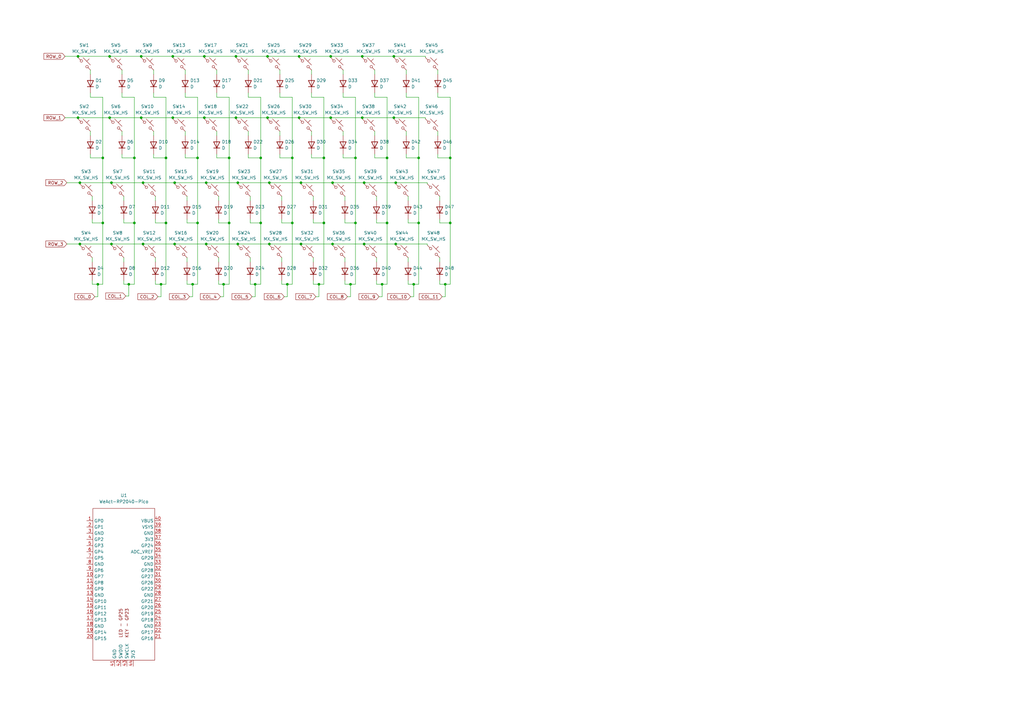
<source format=kicad_sch>
(kicad_sch (version 20211123) (generator eeschema)
  (paper "A3")
  (lib_symbols
    (symbol "Device:D" (pin_numbers hide) (pin_names (offset 1.016) hide)
      (property "Reference" "D" (at 0 2.54 0))
      (property "Value" "D" (at 0 -2.54 0))
      (symbol "D_0_1"
        (polyline (pts (xy -1.27 1.27) (xy -1.27 -1.27)) (stroke (width 0.254)))
        (polyline (pts (xy 1.27 0) (xy -1.27 0)))
        (polyline (pts (xy 1.27 1.27) (xy 1.27 -1.27) (xy -1.27 0) (xy 1.27 1.27)) (stroke (width 0.254)))
      )
      (symbol "D_1_1"
        (pin passive line (at -3.81 0 0) (length 2.54) (name "K") (number "1"))
        (pin passive line (at 3.81 0 180) (length 2.54) (name "A") (number "2"))
      )
    )
    (symbol "WeAct-RP2040-Pico:WeAct-RP2040-Pico"
      (property "Reference" "U" (at 0 16.51 0))
      (property "Value" "WeAct-RP2040-Pico" (at 0 19.05 0))
      (symbol "WeAct-RP2040-Pico_0_0"
        (text "KEY - GP23" (at 1.27 -26.67 900) (effects (font (size 1.27 1.27))))
        (text "LED - GP25" (at -1.27 -26.67 900) (effects (font (size 1.27 1.27))))
      )
      (symbol "WeAct-RP2040-Pico_0_1"
        (rectangle (start -12.7 20.32) (end 12.7 -41.91))
      )
      (symbol "WeAct-RP2040-Pico_1_1"
        (pin bidirectional line (at -15.24 15.24 0) (length 2.54) (name "GP0") (number "1"))
        (pin bidirectional line (at -15.24 -7.62 0) (length 2.54) (name "GP7") (number "10"))
        (pin bidirectional line (at -15.24 -10.16 0) (length 2.54) (name "GP8") (number "11"))
        (pin bidirectional line (at -15.24 -12.7 0) (length 2.54) (name "GP9") (number "12"))
        (pin bidirectional line (at -15.24 -15.24 0) (length 2.54) (name "GND") (number "13"))
        (pin bidirectional line (at -15.24 -17.78 0) (length 2.54) (name "GP10") (number "14"))
        (pin bidirectional line (at -15.24 -20.32 0) (length 2.54) (name "GP11") (number "15"))
        (pin bidirectional line (at -15.24 -22.86 0) (length 2.54) (name "GP12") (number "16"))
        (pin bidirectional line (at -15.24 -25.4 0) (length 2.54) (name "GP13") (number "17"))
        (pin bidirectional line (at -15.24 -27.94 0) (length 2.54) (name "GND") (number "18"))
        (pin bidirectional line (at -15.24 -30.48 0) (length 2.54) (name "GP14") (number "19"))
        (pin bidirectional line (at -15.24 12.7 0) (length 2.54) (name "GP1") (number "2"))
        (pin bidirectional line (at -15.24 -33.02 0) (length 2.54) (name "GP15") (number "20"))
        (pin bidirectional line (at 15.24 -33.02 180) (length 2.54) (name "GP16") (number "21"))
        (pin bidirectional line (at 15.24 -30.48 180) (length 2.54) (name "GP17") (number "22"))
        (pin bidirectional line (at 15.24 -27.94 180) (length 2.54) (name "GND") (number "23"))
        (pin bidirectional line (at 15.24 -25.4 180) (length 2.54) (name "GP18") (number "24"))
        (pin bidirectional line (at 15.24 -22.86 180) (length 2.54) (name "GP19") (number "25"))
        (pin bidirectional line (at 15.24 -20.32 180) (length 2.54) (name "GP20") (number "26"))
        (pin bidirectional line (at 15.24 -17.78 180) (length 2.54) (name "GP21") (number "27"))
        (pin bidirectional line (at 15.24 -15.24 180) (length 2.54) (name "GND") (number "28"))
        (pin bidirectional line (at 15.24 -12.7 180) (length 2.54) (name "GP22") (number "29"))
        (pin bidirectional line (at -15.24 10.16 0) (length 2.54) (name "GND") (number "3"))
        (pin bidirectional line (at 15.24 -10.16 180) (length 2.54) (name "GP26") (number "30"))
        (pin bidirectional line (at 15.24 -7.62 180) (length 2.54) (name "GP27") (number "31"))
        (pin bidirectional line (at 15.24 -5.08 180) (length 2.54) (name "GP28") (number "32"))
        (pin bidirectional line (at 15.24 -2.54 180) (length 2.54) (name "GND") (number "33"))
        (pin bidirectional line (at 15.24 0 180) (length 2.54) (name "GP29") (number "34"))
        (pin bidirectional line (at 15.24 2.54 180) (length 2.54) (name "ADC_VREF") (number "35"))
        (pin bidirectional line (at 15.24 5.08 180) (length 2.54) (name "GP24") (number "36"))
        (pin bidirectional line (at 15.24 7.62 180) (length 2.54) (name "3V3") (number "37"))
        (pin bidirectional line (at 15.24 10.16 180) (length 2.54) (name "GND") (number "38"))
        (pin bidirectional line (at 15.24 12.7 180) (length 2.54) (name "VSYS") (number "39"))
        (pin bidirectional line (at -15.24 7.62 0) (length 2.54) (name "GP2") (number "4"))
        (pin bidirectional line (at 15.24 15.24 180) (length 2.54) (name "VBUS") (number "40"))
        (pin bidirectional line (at -3.81 -44.45 90) (length 2.54) (name "GND") (number "41"))
        (pin bidirectional line (at -1.27 -44.45 90) (length 2.54) (name "SWDIO") (number "42"))
        (pin bidirectional line (at 1.27 -44.45 90) (length 2.54) (name "SWCLK") (number "43"))
        (pin bidirectional line (at 3.81 -44.45 90) (length 2.54) (name "3V3") (number "44"))
        (pin bidirectional line (at -15.24 5.08 0) (length 2.54) (name "GP3") (number "5"))
        (pin bidirectional line (at -15.24 2.54 0) (length 2.54) (name "GP4") (number "6"))
        (pin bidirectional line (at -15.24 0 0) (length 2.54) (name "GP5") (number "7"))
        (pin bidirectional line (at -15.24 -2.54 0) (length 2.54) (name "GND") (number "8"))
        (pin bidirectional line (at -15.24 -5.08 0) (length 2.54) (name "GP6") (number "9"))
      )
    )
    (symbol "marbastlib-mx:MX_SW_HS" (pin_numbers hide) (pin_names (offset 1.016) hide)
      (property "Reference" "SW" (at 3.048 1.016 0))
      (property "Value" "MX_SW_HS" (at 0 -3.81 0))
      (symbol "MX_SW_HS_0_1"
        (circle (center -1.1684 1.1684) (radius 0.508))
        (polyline (pts (xy -0.508 2.54) (xy 2.54 -0.508)))
        (polyline (pts (xy 1.016 1.016) (xy 2.032 2.032)))
        (polyline (pts (xy -2.54 2.54) (xy -1.524 1.524) (xy -1.524 1.524)))
        (polyline (pts (xy 1.524 -1.524) (xy 2.54 -2.54) (xy 2.54 -2.54) (xy 2.54 -2.54)))
        (circle (center 1.143 -1.1938) (radius 0.508))
        (pin passive line (at -2.54 2.54 0) (length 0) (name "1") (number "1"))
        (pin passive line (at 2.54 -2.54 180) (length 0) (name "2") (number "2"))
      )
    )
  )
  (junction (at 57.912 48.26))
  (junction (at 32.004 48.26))
  (junction (at 68.072 91.44))
  (junction (at 83.82 48.26))
  (junction (at 83.82 23.114))
  (junction (at 132.842 91.44))
  (junction (at 148.59 48.26))
  (junction (at 78.994 116.586))
  (junction (at 123.444 74.93))
  (junction (at 117.856 116.586))
  (junction (at 145.796 91.44))
  (junction (at 136.398 100.076))
  (junction (at 96.774 48.26))
  (junction (at 45.72 74.93))
  (junction (at 68.072 64.77))
  (junction (at 109.728 48.26))
  (junction (at 32.004 23.114))
  (junction (at 32.766 74.93))
  (junction (at 32.766 100.076))
  (junction (at 110.49 74.93))
  (junction (at 97.536 100.076))
  (junction (at 171.704 64.77))
  (junction (at 66.04 116.586))
  (junction (at 52.832 116.586))
  (junction (at 106.934 91.44))
  (junction (at 119.888 91.44))
  (junction (at 158.75 91.44))
  (junction (at 44.958 23.114))
  (junction (at 143.764 116.586))
  (junction (at 44.958 48.26))
  (junction (at 149.352 74.93))
  (junction (at 122.682 48.26))
  (junction (at 93.98 91.44))
  (junction (at 42.164 64.77))
  (junction (at 119.888 64.77))
  (junction (at 106.934 64.77))
  (junction (at 104.648 116.586))
  (junction (at 71.628 100.076))
  (junction (at 84.582 74.93))
  (junction (at 70.866 48.26))
  (junction (at 42.164 91.44))
  (junction (at 132.842 64.77))
  (junction (at 122.682 23.114))
  (junction (at 136.398 74.93))
  (junction (at 135.636 23.114))
  (junction (at 71.628 74.93))
  (junction (at 135.636 48.26))
  (junction (at 58.674 74.93))
  (junction (at 162.306 100.076))
  (junction (at 55.118 91.44))
  (junction (at 171.704 91.44))
  (junction (at 169.672 116.586))
  (junction (at 84.582 100.076))
  (junction (at 91.694 116.586))
  (junction (at 81.026 64.77))
  (junction (at 40.132 116.586))
  (junction (at 81.026 91.44))
  (junction (at 184.658 91.44))
  (junction (at 55.118 64.77))
  (junction (at 93.98 64.77))
  (junction (at 96.774 23.114))
  (junction (at 145.796 64.77))
  (junction (at 161.544 48.26))
  (junction (at 184.658 64.77))
  (junction (at 97.536 74.93))
  (junction (at 158.75 64.77))
  (junction (at 130.81 116.586))
  (junction (at 110.49 100.076))
  (junction (at 123.444 100.076))
  (junction (at 70.866 23.114))
  (junction (at 45.72 100.076))
  (junction (at 57.912 23.114))
  (junction (at 148.59 23.114))
  (junction (at 58.674 100.076))
  (junction (at 162.306 74.93))
  (junction (at 149.352 100.076))
  (junction (at 109.728 23.114))
  (junction (at 182.626 116.586))
  (junction (at 156.718 116.586))
  (junction (at 161.544 23.114))
  (wire (pts (xy 77.724 121.666) (xy 78.994 121.666)))
  (wire (pts (xy 93.98 39.878) (xy 88.9 39.878)))
  (wire (pts (xy 114.808 53.848) (xy 114.808 55.626)))
  (wire (pts (xy 156.718 116.586) (xy 158.75 116.586)))
  (wire (pts (xy 81.026 64.77) (xy 81.026 39.878)))
  (wire (pts (xy 119.888 91.44) (xy 119.888 116.586)))
  (wire (pts (xy 114.808 64.77) (xy 119.888 64.77)))
  (wire (pts (xy 57.912 23.114) (xy 70.866 23.114)))
  (wire (pts (xy 136.398 74.93) (xy 136.398 75.438)))
  (wire (pts (xy 180.34 89.916) (xy 180.34 91.44)))
  (wire (pts (xy 109.728 48.26) (xy 109.728 48.768)))
  (wire (pts (xy 166.624 53.848) (xy 166.624 55.626)))
  (wire (pts (xy 115.57 80.518) (xy 115.57 82.296)))
  (wire (pts (xy 76.708 91.44) (xy 81.026 91.44)))
  (wire (pts (xy 32.766 100.076) (xy 32.766 100.584)))
  (wire (pts (xy 179.578 28.702) (xy 179.578 30.48)))
  (wire (pts (xy 96.774 48.26) (xy 109.728 48.26)))
  (wire (pts (xy 122.682 23.114) (xy 135.636 23.114)))
  (wire (pts (xy 93.98 64.77) (xy 93.98 39.878)))
  (wire (pts (xy 149.352 74.93) (xy 149.352 75.438)))
  (wire (pts (xy 64.77 121.666) (xy 66.04 121.666)))
  (wire (pts (xy 158.75 64.77) (xy 158.75 91.44)))
  (wire (pts (xy 171.704 91.44) (xy 171.704 116.586)))
  (wire (pts (xy 50.038 63.246) (xy 50.038 64.77)))
  (wire (pts (xy 167.386 116.586) (xy 169.672 116.586)))
  (wire (pts (xy 166.624 39.878) (xy 166.624 38.1)))
  (wire (pts (xy 71.628 100.076) (xy 84.582 100.076)))
  (wire (pts (xy 57.912 48.26) (xy 57.912 48.768)))
  (wire (pts (xy 110.49 100.076) (xy 110.49 100.584)))
  (wire (pts (xy 153.67 39.878) (xy 153.67 38.1)))
  (wire (pts (xy 145.796 91.44) (xy 145.796 116.586)))
  (wire (pts (xy 40.132 116.586) (xy 42.164 116.586)))
  (wire (pts (xy 149.352 100.076) (xy 149.352 100.584)))
  (wire (pts (xy 91.694 116.586) (xy 91.694 121.666)))
  (wire (pts (xy 102.616 80.518) (xy 102.616 82.296)))
  (wire (pts (xy 127.762 63.246) (xy 127.762 64.77)))
  (wire (pts (xy 106.934 64.77) (xy 106.934 39.878)))
  (wire (pts (xy 102.616 115.062) (xy 102.616 116.586)))
  (wire (pts (xy 179.578 63.246) (xy 179.578 64.77)))
  (wire (pts (xy 119.888 39.878) (xy 114.808 39.878)))
  (wire (pts (xy 70.866 23.114) (xy 70.866 23.622)))
  (wire (pts (xy 166.624 28.702) (xy 166.624 30.48)))
  (wire (pts (xy 142.494 121.666) (xy 143.764 121.666)))
  (wire (pts (xy 179.578 39.878) (xy 179.578 38.1)))
  (wire (pts (xy 162.306 100.076) (xy 175.26 100.076)))
  (wire (pts (xy 45.72 100.076) (xy 45.72 100.584)))
  (wire (pts (xy 50.8 115.062) (xy 50.8 116.586)))
  (wire (pts (xy 84.582 74.93) (xy 84.582 75.438)))
  (wire (pts (xy 38.862 121.666) (xy 40.132 121.666)))
  (wire (pts (xy 158.75 39.878) (xy 153.67 39.878)))
  (wire (pts (xy 70.866 48.26) (xy 83.82 48.26)))
  (wire (pts (xy 158.75 91.44) (xy 158.75 116.586)))
  (wire (pts (xy 110.49 74.93) (xy 110.49 75.438)))
  (wire (pts (xy 55.118 91.44) (xy 55.118 116.586)))
  (wire (pts (xy 156.718 116.586) (xy 156.718 121.666)))
  (wire (pts (xy 88.9 53.848) (xy 88.9 55.626)))
  (wire (pts (xy 128.524 105.664) (xy 128.524 107.442)))
  (wire (pts (xy 97.536 74.93) (xy 97.536 75.438)))
  (wire (pts (xy 130.81 116.586) (xy 130.81 121.666)))
  (wire (pts (xy 161.544 23.114) (xy 174.498 23.114)))
  (wire (pts (xy 63.754 115.062) (xy 63.754 116.586)))
  (wire (pts (xy 122.682 48.26) (xy 122.682 48.768)))
  (wire (pts (xy 101.854 53.848) (xy 101.854 55.626)))
  (wire (pts (xy 171.704 39.878) (xy 166.624 39.878)))
  (wire (pts (xy 130.81 116.586) (xy 132.842 116.586)))
  (wire (pts (xy 161.544 48.26) (xy 161.544 48.768)))
  (wire (pts (xy 179.578 53.848) (xy 179.578 55.626)))
  (wire (pts (xy 37.084 64.77) (xy 42.164 64.77)))
  (wire (pts (xy 106.934 64.77) (xy 106.934 91.44)))
  (wire (pts (xy 135.636 23.114) (xy 148.59 23.114)))
  (wire (pts (xy 76.708 80.518) (xy 76.708 82.296)))
  (wire (pts (xy 81.026 91.44) (xy 81.026 116.586)))
  (wire (pts (xy 37.084 53.848) (xy 37.084 55.626)))
  (wire (pts (xy 75.946 53.848) (xy 75.946 55.626)))
  (wire (pts (xy 89.662 116.586) (xy 91.694 116.586)))
  (wire (pts (xy 166.624 63.246) (xy 166.624 64.77)))
  (wire (pts (xy 117.856 116.586) (xy 117.856 121.666)))
  (wire (pts (xy 128.524 116.586) (xy 130.81 116.586)))
  (wire (pts (xy 109.728 23.114) (xy 122.682 23.114)))
  (wire (pts (xy 153.67 28.702) (xy 153.67 30.48)))
  (wire (pts (xy 55.118 64.77) (xy 55.118 91.44)))
  (wire (pts (xy 62.992 53.848) (xy 62.992 55.626)))
  (wire (pts (xy 58.674 100.076) (xy 58.674 100.584)))
  (wire (pts (xy 136.398 100.076) (xy 136.398 100.584)))
  (wire (pts (xy 55.118 64.77) (xy 55.118 39.878)))
  (wire (pts (xy 88.9 28.702) (xy 88.9 30.48)))
  (wire (pts (xy 37.846 89.916) (xy 37.846 91.44)))
  (wire (pts (xy 68.072 91.44) (xy 68.072 116.586)))
  (wire (pts (xy 37.846 116.586) (xy 40.132 116.586)))
  (wire (pts (xy 75.946 63.246) (xy 75.946 64.77)))
  (wire (pts (xy 89.662 91.44) (xy 93.98 91.44)))
  (wire (pts (xy 162.306 100.076) (xy 162.306 100.584)))
  (wire (pts (xy 166.624 64.77) (xy 171.704 64.77)))
  (wire (pts (xy 128.524 89.916) (xy 128.524 91.44)))
  (wire (pts (xy 37.846 80.518) (xy 37.846 82.296)))
  (wire (pts (xy 106.934 91.44) (xy 106.934 116.586)))
  (wire (pts (xy 135.636 48.26) (xy 148.59 48.26)))
  (wire (pts (xy 148.59 48.26) (xy 148.59 48.768)))
  (wire (pts (xy 119.888 64.77) (xy 119.888 91.44)))
  (wire (pts (xy 174.498 23.114) (xy 174.498 23.622)))
  (wire (pts (xy 68.072 64.77) (xy 68.072 91.44)))
  (wire (pts (xy 37.846 91.44) (xy 42.164 91.44)))
  (wire (pts (xy 62.992 28.702) (xy 62.992 30.48)))
  (wire (pts (xy 167.386 89.916) (xy 167.386 91.44)))
  (wire (pts (xy 32.004 23.114) (xy 32.004 23.622)))
  (wire (pts (xy 89.662 80.518) (xy 89.662 82.296)))
  (wire (pts (xy 42.164 39.878) (xy 37.084 39.878)))
  (wire (pts (xy 174.498 48.26) (xy 174.498 48.768)))
  (wire (pts (xy 122.682 23.114) (xy 122.682 23.622)))
  (wire (pts (xy 117.856 116.586) (xy 119.888 116.586)))
  (wire (pts (xy 40.132 116.586) (xy 40.132 121.666)))
  (wire (pts (xy 141.478 105.664) (xy 141.478 107.442)))
  (wire (pts (xy 27.432 74.93) (xy 32.766 74.93)))
  (wire (pts (xy 50.038 64.77) (xy 55.118 64.77)))
  (wire (pts (xy 182.626 116.586) (xy 184.658 116.586)))
  (wire (pts (xy 140.716 63.246) (xy 140.716 64.77)))
  (wire (pts (xy 153.67 63.246) (xy 153.67 64.77)))
  (wire (pts (xy 128.524 80.518) (xy 128.524 82.296)))
  (wire (pts (xy 115.57 116.586) (xy 117.856 116.586)))
  (wire (pts (xy 115.57 115.062) (xy 115.57 116.586)))
  (wire (pts (xy 171.704 64.77) (xy 171.704 91.44)))
  (wire (pts (xy 180.34 105.664) (xy 180.34 107.442)))
  (wire (pts (xy 181.356 121.666) (xy 182.626 121.666)))
  (wire (pts (xy 119.888 64.77) (xy 119.888 39.878)))
  (wire (pts (xy 171.704 64.77) (xy 171.704 39.878)))
  (wire (pts (xy 57.912 48.26) (xy 70.866 48.26)))
  (wire (pts (xy 101.854 28.702) (xy 101.854 30.48)))
  (wire (pts (xy 71.628 74.93) (xy 84.582 74.93)))
  (wire (pts (xy 180.34 115.062) (xy 180.34 116.586)))
  (wire (pts (xy 140.716 39.878) (xy 140.716 38.1)))
  (wire (pts (xy 76.708 105.664) (xy 76.708 107.442)))
  (wire (pts (xy 42.164 91.44) (xy 42.164 116.586)))
  (wire (pts (xy 37.084 63.246) (xy 37.084 64.77)))
  (wire (pts (xy 66.04 116.586) (xy 66.04 121.666)))
  (wire (pts (xy 96.774 23.114) (xy 96.774 23.622)))
  (wire (pts (xy 175.26 74.93) (xy 175.26 75.438)))
  (wire (pts (xy 154.432 80.518) (xy 154.432 82.296)))
  (wire (pts (xy 115.57 91.44) (xy 119.888 91.44)))
  (wire (pts (xy 62.992 63.246) (xy 62.992 64.77)))
  (wire (pts (xy 184.658 64.77) (xy 184.658 91.44)))
  (wire (pts (xy 167.386 115.062) (xy 167.386 116.586)))
  (wire (pts (xy 114.808 39.878) (xy 114.808 38.1)))
  (wire (pts (xy 44.958 48.26) (xy 44.958 48.768)))
  (wire (pts (xy 154.432 105.664) (xy 154.432 107.442)))
  (wire (pts (xy 103.378 121.666) (xy 104.648 121.666)))
  (wire (pts (xy 154.432 91.44) (xy 158.75 91.44)))
  (wire (pts (xy 149.352 100.076) (xy 162.306 100.076)))
  (wire (pts (xy 75.946 28.702) (xy 75.946 30.48)))
  (wire (pts (xy 141.478 115.062) (xy 141.478 116.586)))
  (wire (pts (xy 161.544 23.114) (xy 161.544 23.622)))
  (wire (pts (xy 153.67 64.77) (xy 158.75 64.77)))
  (wire (pts (xy 127.762 28.702) (xy 127.762 30.48)))
  (wire (pts (xy 135.636 23.114) (xy 135.636 23.622)))
  (wire (pts (xy 143.764 116.586) (xy 145.796 116.586)))
  (wire (pts (xy 89.662 105.664) (xy 89.662 107.442)))
  (wire (pts (xy 50.8 105.664) (xy 50.8 107.442)))
  (wire (pts (xy 68.072 64.77) (xy 68.072 39.878)))
  (wire (pts (xy 148.59 48.26) (xy 161.544 48.26)))
  (wire (pts (xy 42.164 64.77) (xy 42.164 91.44)))
  (wire (pts (xy 175.26 100.076) (xy 175.26 100.584)))
  (wire (pts (xy 129.54 121.666) (xy 130.81 121.666)))
  (wire (pts (xy 88.9 64.77) (xy 93.98 64.77)))
  (wire (pts (xy 62.992 39.878) (xy 62.992 38.1)))
  (wire (pts (xy 75.946 39.878) (xy 75.946 38.1)))
  (wire (pts (xy 42.164 64.77) (xy 42.164 39.878)))
  (wire (pts (xy 154.432 115.062) (xy 154.432 116.586)))
  (wire (pts (xy 44.958 48.26) (xy 57.912 48.26)))
  (wire (pts (xy 106.934 39.878) (xy 101.854 39.878)))
  (wire (pts (xy 97.536 100.076) (xy 110.49 100.076)))
  (wire (pts (xy 88.9 39.878) (xy 88.9 38.1)))
  (wire (pts (xy 70.866 48.26) (xy 70.866 48.768)))
  (wire (pts (xy 116.586 121.666) (xy 117.856 121.666)))
  (wire (pts (xy 63.754 105.664) (xy 63.754 107.442)))
  (wire (pts (xy 37.846 115.062) (xy 37.846 116.586)))
  (wire (pts (xy 63.754 80.518) (xy 63.754 82.296)))
  (wire (pts (xy 123.444 100.076) (xy 123.444 100.584)))
  (wire (pts (xy 45.72 74.93) (xy 58.674 74.93)))
  (wire (pts (xy 71.628 74.93) (xy 71.628 75.438)))
  (wire (pts (xy 158.75 64.77) (xy 158.75 39.878)))
  (wire (pts (xy 109.728 23.114) (xy 109.728 23.622)))
  (wire (pts (xy 102.616 91.44) (xy 106.934 91.44)))
  (wire (pts (xy 63.754 89.916) (xy 63.754 91.44)))
  (wire (pts (xy 132.842 39.878) (xy 127.762 39.878)))
  (wire (pts (xy 168.402 121.666) (xy 169.672 121.666)))
  (wire (pts (xy 58.674 74.93) (xy 71.628 74.93)))
  (wire (pts (xy 162.306 74.93) (xy 175.26 74.93)))
  (wire (pts (xy 50.038 39.878) (xy 50.038 38.1)))
  (wire (pts (xy 141.478 91.44) (xy 145.796 91.44)))
  (wire (pts (xy 90.424 121.666) (xy 91.694 121.666)))
  (wire (pts (xy 57.912 23.114) (xy 57.912 23.622)))
  (wire (pts (xy 44.958 23.114) (xy 57.912 23.114)))
  (wire (pts (xy 55.118 39.878) (xy 50.038 39.878)))
  (wire (pts (xy 167.386 80.518) (xy 167.386 82.296)))
  (wire (pts (xy 96.774 23.114) (xy 109.728 23.114)))
  (wire (pts (xy 32.004 48.26) (xy 44.958 48.26)))
  (wire (pts (xy 70.866 23.114) (xy 83.82 23.114)))
  (wire (pts (xy 149.352 74.93) (xy 162.306 74.93)))
  (wire (pts (xy 66.04 116.586) (xy 68.072 116.586)))
  (wire (pts (xy 143.764 116.586) (xy 143.764 121.666)))
  (wire (pts (xy 180.34 80.518) (xy 180.34 82.296)))
  (wire (pts (xy 155.448 121.666) (xy 156.718 121.666)))
  (wire (pts (xy 162.306 74.93) (xy 162.306 75.438)))
  (wire (pts (xy 32.766 74.93) (xy 32.766 75.438)))
  (wire (pts (xy 58.674 74.93) (xy 58.674 75.438)))
  (wire (pts (xy 32.766 100.076) (xy 45.72 100.076)))
  (wire (pts (xy 136.398 100.076) (xy 149.352 100.076)))
  (wire (pts (xy 141.478 80.518) (xy 141.478 82.296)))
  (wire (pts (xy 180.34 91.44) (xy 184.658 91.44)))
  (wire (pts (xy 145.796 64.77) (xy 145.796 39.878)))
  (wire (pts (xy 167.386 91.44) (xy 171.704 91.44)))
  (wire (pts (xy 102.616 116.586) (xy 104.648 116.586)))
  (wire (pts (xy 140.716 53.848) (xy 140.716 55.626)))
  (wire (pts (xy 97.536 74.93) (xy 110.49 74.93)))
  (wire (pts (xy 62.992 64.77) (xy 68.072 64.77)))
  (wire (pts (xy 154.432 89.916) (xy 154.432 91.44)))
  (wire (pts (xy 52.832 116.586) (xy 55.118 116.586)))
  (wire (pts (xy 63.754 116.586) (xy 66.04 116.586)))
  (wire (pts (xy 32.004 48.26) (xy 32.004 48.768)))
  (wire (pts (xy 135.636 48.26) (xy 135.636 48.768)))
  (wire (pts (xy 37.084 39.878) (xy 37.084 38.1)))
  (wire (pts (xy 93.98 64.77) (xy 93.98 91.44)))
  (wire (pts (xy 122.682 48.26) (xy 135.636 48.26)))
  (wire (pts (xy 102.616 89.916) (xy 102.616 91.44)))
  (wire (pts (xy 83.82 48.26) (xy 83.82 48.768)))
  (wire (pts (xy 128.524 115.062) (xy 128.524 116.586)))
  (wire (pts (xy 89.662 115.062) (xy 89.662 116.586)))
  (wire (pts (xy 101.854 64.77) (xy 106.934 64.77)))
  (wire (pts (xy 27.432 100.076) (xy 32.766 100.076)))
  (wire (pts (xy 37.846 105.664) (xy 37.846 107.442)))
  (wire (pts (xy 32.004 23.114) (xy 44.958 23.114)))
  (wire (pts (xy 50.038 53.848) (xy 50.038 55.626)))
  (wire (pts (xy 75.946 64.77) (xy 81.026 64.77)))
  (wire (pts (xy 50.8 80.518) (xy 50.8 82.296)))
  (wire (pts (xy 123.444 74.93) (xy 136.398 74.93)))
  (wire (pts (xy 148.59 23.114) (xy 161.544 23.114)))
  (wire (pts (xy 148.59 23.114) (xy 148.59 23.622)))
  (wire (pts (xy 109.728 48.26) (xy 122.682 48.26)))
  (wire (pts (xy 83.82 23.114) (xy 83.82 23.622)))
  (wire (pts (xy 169.672 116.586) (xy 171.704 116.586)))
  (wire (pts (xy 71.628 100.076) (xy 71.628 100.584)))
  (wire (pts (xy 93.98 91.44) (xy 93.98 116.586)))
  (wire (pts (xy 145.796 64.77) (xy 145.796 91.44)))
  (wire (pts (xy 127.762 39.878) (xy 127.762 38.1)))
  (wire (pts (xy 84.582 100.076) (xy 84.582 100.584)))
  (wire (pts (xy 114.808 63.246) (xy 114.808 64.77)))
  (wire (pts (xy 32.766 74.93) (xy 45.72 74.93)))
  (wire (pts (xy 26.67 23.114) (xy 32.004 23.114)))
  (wire (pts (xy 184.658 91.44) (xy 184.658 116.586)))
  (wire (pts (xy 140.716 28.702) (xy 140.716 30.48)))
  (wire (pts (xy 104.648 116.586) (xy 106.934 116.586)))
  (wire (pts (xy 101.854 39.878) (xy 101.854 38.1)))
  (wire (pts (xy 153.67 53.848) (xy 153.67 55.626)))
  (wire (pts (xy 123.444 74.93) (xy 123.444 75.438)))
  (wire (pts (xy 136.398 74.93) (xy 149.352 74.93)))
  (wire (pts (xy 96.774 48.26) (xy 96.774 48.768)))
  (wire (pts (xy 132.842 64.77) (xy 132.842 91.44)))
  (wire (pts (xy 50.8 91.44) (xy 55.118 91.44)))
  (wire (pts (xy 84.582 74.93) (xy 97.536 74.93)))
  (wire (pts (xy 97.536 100.076) (xy 97.536 100.584)))
  (wire (pts (xy 76.708 89.916) (xy 76.708 91.44)))
  (wire (pts (xy 140.716 64.77) (xy 145.796 64.77)))
  (wire (pts (xy 154.432 116.586) (xy 156.718 116.586)))
  (wire (pts (xy 76.708 116.586) (xy 78.994 116.586)))
  (wire (pts (xy 101.854 63.246) (xy 101.854 64.77)))
  (wire (pts (xy 169.672 116.586) (xy 169.672 121.666)))
  (wire (pts (xy 132.842 64.77) (xy 132.842 39.878)))
  (wire (pts (xy 52.832 116.586) (xy 52.832 121.412)))
  (wire (pts (xy 50.8 89.916) (xy 50.8 91.44)))
  (wire (pts (xy 81.026 64.77) (xy 81.026 91.44)))
  (wire (pts (xy 179.578 64.77) (xy 184.658 64.77)))
  (wire (pts (xy 78.994 116.586) (xy 78.994 121.666)))
  (wire (pts (xy 110.49 74.93) (xy 123.444 74.93)))
  (wire (pts (xy 128.524 91.44) (xy 132.842 91.44)))
  (wire (pts (xy 182.626 116.586) (xy 182.626 121.666)))
  (wire (pts (xy 50.8 116.586) (xy 52.832 116.586)))
  (wire (pts (xy 83.82 23.114) (xy 96.774 23.114)))
  (wire (pts (xy 114.808 28.702) (xy 114.808 30.48)))
  (wire (pts (xy 76.708 115.062) (xy 76.708 116.586)))
  (wire (pts (xy 102.616 105.664) (xy 102.616 107.442)))
  (wire (pts (xy 127.762 53.848) (xy 127.762 55.626)))
  (wire (pts (xy 115.57 105.664) (xy 115.57 107.442)))
  (wire (pts (xy 132.842 91.44) (xy 132.842 116.586)))
  (wire (pts (xy 83.82 48.26) (xy 96.774 48.26)))
  (wire (pts (xy 44.958 23.114) (xy 44.958 23.622)))
  (wire (pts (xy 37.084 28.702) (xy 37.084 30.48)))
  (wire (pts (xy 58.674 100.076) (xy 71.628 100.076)))
  (wire (pts (xy 104.648 116.586) (xy 104.648 121.666)))
  (wire (pts (xy 84.582 100.076) (xy 97.536 100.076)))
  (wire (pts (xy 115.57 89.916) (xy 115.57 91.44)))
  (wire (pts (xy 145.796 39.878) (xy 140.716 39.878)))
  (wire (pts (xy 68.072 39.878) (xy 62.992 39.878)))
  (wire (pts (xy 50.038 28.702) (xy 50.038 30.48)))
  (wire (pts (xy 123.444 100.076) (xy 136.398 100.076)))
  (wire (pts (xy 78.994 116.586) (xy 81.026 116.586)))
  (wire (pts (xy 161.544 48.26) (xy 174.498 48.26)))
  (wire (pts (xy 180.34 116.586) (xy 182.626 116.586)))
  (wire (pts (xy 51.562 121.412) (xy 52.832 121.412)))
  (wire (pts (xy 63.754 91.44) (xy 68.072 91.44)))
  (wire (pts (xy 167.386 105.664) (xy 167.386 107.442)))
  (wire (pts (xy 110.49 100.076) (xy 123.444 100.076)))
  (wire (pts (xy 26.67 48.26) (xy 32.004 48.26)))
  (wire (pts (xy 141.478 116.586) (xy 143.764 116.586)))
  (wire (pts (xy 91.694 116.586) (xy 93.98 116.586)))
  (wire (pts (xy 184.658 39.878) (xy 179.578 39.878)))
  (wire (pts (xy 45.72 74.93) (xy 45.72 75.438)))
  (wire (pts (xy 127.762 64.77) (xy 132.842 64.77)))
  (wire (pts (xy 89.662 89.916) (xy 89.662 91.44)))
  (wire (pts (xy 184.658 64.77) (xy 184.658 39.878)))
  (wire (pts (xy 81.026 39.878) (xy 75.946 39.878)))
  (wire (pts (xy 141.478 89.916) (xy 141.478 91.44)))
  (wire (pts (xy 45.72 100.076) (xy 58.674 100.076)))
  (wire (pts (xy 88.9 63.246) (xy 88.9 64.77)))
  (global_label "ROW_3" (shape input) (at 27.432 100.076 180) (property "Referências entre as folhas" "${INTERSHEET_REFS}" (effects hide)))
  (global_label "COL_9" (shape input) (at 155.448 121.666 180) (property "Referências entre as folhas" "${INTERSHEET_REFS}" (effects hide)))
  (global_label "COL_2" (shape input) (at 64.77 121.666 180) (property "Referências entre as folhas" "${INTERSHEET_REFS}" (effects hide)))
  (global_label "COL_6" (shape input) (at 116.586 121.666 180) (property "Referências entre as folhas" "${INTERSHEET_REFS}" (effects hide)))
  (global_label "ROW_1" (shape input) (at 26.67 48.26 180) (property "Referências entre as folhas" "${INTERSHEET_REFS}" (effects hide)))
  (global_label "COL_1" (shape input) (at 51.562 121.412 180) (property "Referências entre as folhas" "${INTERSHEET_REFS}" (effects hide)))
  (global_label "COL_10" (shape input) (at 168.402 121.666 180) (property "Referências entre as folhas" "${INTERSHEET_REFS}" (effects hide)))
  (global_label "ROW_0" (shape input) (at 26.67 23.114 180) (property "Referências entre as folhas" "${INTERSHEET_REFS}" (effects hide)))
  (global_label "COL_4" (shape input) (at 90.424 121.666 180) (property "Referências entre as folhas" "${INTERSHEET_REFS}" (effects hide)))
  (global_label "COL_7" (shape input) (at 129.54 121.666 180) (property "Referências entre as folhas" "${INTERSHEET_REFS}" (effects hide)))
  (global_label "COL_0" (shape input) (at 38.862 121.666 180) (property "Referências entre as folhas" "${INTERSHEET_REFS}" (effects hide)))
  (global_label "ROW_2" (shape input) (at 27.432 74.93 180) (property "Referências entre as folhas" "${INTERSHEET_REFS}" (effects hide)))
  (global_label "COL_5" (shape input) (at 103.378 121.666 180) (property "Referências entre as folhas" "${INTERSHEET_REFS}" (effects hide)))
  (global_label "COL_3" (shape input) (at 77.724 121.666 180) (property "Referências entre as folhas" "${INTERSHEET_REFS}" (effects hide)))
  (global_label "COL_11" (shape input) (at 181.356 121.666 180) (property "Referências entre as folhas" "${INTERSHEET_REFS}" (effects hide)))
  (global_label "COL_8" (shape input) (at 142.494 121.666 180) (property "Referências entre as folhas" "${INTERSHEET_REFS}" (effects hide)))
  (symbol (lib_id "marbastlib-mx:MX_SW_HS") (at 35.306 103.124 0) (unit 1)
    (property "Reference" "SW4" (at 35.306 95.504 0))
    (property "Value" "MX_SW_HS" (at 35.306 98.044 0))
    (property "Footprint" "marbastlib-mx:SW_MX_HS_1u" (effects hide))
  )
  (symbol (lib_id "marbastlib-mx:MX_SW_HS") (at 125.984 77.978 0) (unit 1)
    (property "Reference" "SW31" (at 125.984 70.358 0))
    (property "Value" "MX_SW_HS" (at 125.984 72.898 0))
    (property "Footprint" "marbastlib-mx:SW_MX_HS_1u" (effects hide))
  )
  (symbol (lib_id "Device:D") (at 37.084 59.436 90) (unit 1)
    (property "Reference" "D2" (at 39.116 58.1659 90) (effects (justify right)))
    (property "Value" "D" (at 39.116 60.7059 90) (effects (justify right)))
  )
  (symbol (lib_id "Device:D") (at 102.616 111.252 90) (unit 1)
    (property "Reference" "D24" (at 104.648 109.9819 90) (effects (justify right)))
    (property "Value" "D" (at 104.648 112.5219 90) (effects (justify right)))
  )
  (symbol (lib_id "marbastlib-mx:MX_SW_HS") (at 112.268 26.162 0) (unit 1)
    (property "Reference" "SW25" (at 112.268 18.542 0))
    (property "Value" "MX_SW_HS" (at 112.268 21.082 0))
    (property "Footprint" "marbastlib-mx:SW_MX_HS_1u" (effects hide))
  )
  (symbol (lib_id "Device:D") (at 128.524 86.106 90) (unit 1)
    (property "Reference" "D31" (at 130.556 84.8359 90) (effects (justify right)))
    (property "Value" "D" (at 130.556 87.3759 90) (effects (justify right)))
  )
  (symbol (lib_id "Device:D") (at 154.432 86.106 90) (unit 1)
    (property "Reference" "D39" (at 156.464 84.8359 90) (effects (justify right)))
    (property "Value" "D" (at 156.464 87.3759 90) (effects (justify right)))
  )
  (symbol (lib_id "marbastlib-mx:MX_SW_HS") (at 74.168 77.978 0) (unit 1)
    (property "Reference" "SW15" (at 74.168 70.358 0))
    (property "Value" "MX_SW_HS" (at 74.168 72.898 0))
    (property "Footprint" "marbastlib-mx:SW_MX_HS_1u" (effects hide))
  )
  (symbol (lib_id "marbastlib-mx:MX_SW_HS") (at 73.406 51.308 0) (unit 1)
    (property "Reference" "SW14" (at 73.406 43.688 0))
    (property "Value" "MX_SW_HS" (at 73.406 46.228 0))
    (property "Footprint" "marbastlib-mx:SW_MX_HS_1u" (effects hide))
  )
  (symbol (lib_id "Device:D") (at 37.084 34.29 90) (unit 1)
    (property "Reference" "D1" (at 39.116 33.0199 90) (effects (justify right)))
    (property "Value" "D" (at 39.116 35.5599 90) (effects (justify right)))
  )
  (symbol (lib_id "Device:D") (at 114.808 59.436 90) (unit 1)
    (property "Reference" "D26" (at 116.84 58.1659 90) (effects (justify right)))
    (property "Value" "D" (at 116.84 60.7059 90) (effects (justify right)))
  )
  (symbol (lib_id "Device:D") (at 179.578 34.29 90) (unit 1)
    (property "Reference" "D45" (at 181.61 33.0199 90) (effects (justify right)))
    (property "Value" "D" (at 181.61 35.5599 90) (effects (justify right)))
  )
  (symbol (lib_id "marbastlib-mx:MX_SW_HS") (at 125.222 51.308 0) (unit 1)
    (property "Reference" "SW30" (at 125.222 43.688 0))
    (property "Value" "MX_SW_HS" (at 125.222 46.228 0))
    (property "Footprint" "marbastlib-mx:SW_MX_HS_1u" (effects hide))
  )
  (symbol (lib_id "marbastlib-mx:MX_SW_HS") (at 34.544 26.162 0) (unit 1)
    (property "Reference" "SW1" (at 34.544 18.542 0))
    (property "Value" "MX_SW_HS" (at 34.544 21.082 0))
    (property "Footprint" "marbastlib-mx:SW_MX_HS_1u" (effects hide))
  )
  (symbol (lib_id "marbastlib-mx:MX_SW_HS") (at 61.214 77.978 0) (unit 1)
    (property "Reference" "SW11" (at 61.214 70.358 0))
    (property "Value" "MX_SW_HS" (at 61.214 72.898 0))
    (property "Footprint" "marbastlib-mx:SW_MX_HS_1u" (effects hide))
  )
  (symbol (lib_id "Device:D") (at 141.478 86.106 90) (unit 1)
    (property "Reference" "D35" (at 143.51 84.8359 90) (effects (justify right)))
    (property "Value" "D" (at 143.51 87.3759 90) (effects (justify right)))
  )
  (symbol (lib_id "marbastlib-mx:MX_SW_HS") (at 99.314 51.308 0) (unit 1)
    (property "Reference" "SW22" (at 99.314 43.688 0))
    (property "Value" "MX_SW_HS" (at 99.314 46.228 0))
    (property "Footprint" "marbastlib-mx:SW_MX_HS_1u" (effects hide))
  )
  (symbol (lib_id "Device:D") (at 37.846 111.252 90) (unit 1)
    (property "Reference" "D4" (at 39.878 109.9819 90) (effects (justify right)))
    (property "Value" "D" (at 39.878 112.5219 90) (effects (justify right)))
  )
  (symbol (lib_id "marbastlib-mx:MX_SW_HS") (at 164.084 51.308 0) (unit 1)
    (property "Reference" "SW42" (at 164.084 43.688 0))
    (property "Value" "MX_SW_HS" (at 164.084 46.228 0))
    (property "Footprint" "marbastlib-mx:SW_MX_HS_1u" (effects hide))
  )
  (symbol (lib_id "Device:D") (at 37.846 86.106 90) (unit 1)
    (property "Reference" "D3" (at 39.878 84.8359 90) (effects (justify right)))
    (property "Value" "D" (at 39.878 87.3759 90) (effects (justify right)))
  )
  (symbol (lib_id "marbastlib-mx:MX_SW_HS") (at 138.938 77.978 0) (unit 1)
    (property "Reference" "SW35" (at 138.938 70.358 0))
    (property "Value" "MX_SW_HS" (at 138.938 72.898 0))
    (property "Footprint" "marbastlib-mx:SW_MX_HS_1u" (effects hide))
  )
  (symbol (lib_id "marbastlib-mx:MX_SW_HS") (at 164.846 77.978 0) (unit 1)
    (property "Reference" "SW43" (at 164.846 70.358 0))
    (property "Value" "MX_SW_HS" (at 164.846 72.898 0))
    (property "Footprint" "marbastlib-mx:SW_MX_HS_1u" (effects hide))
  )
  (symbol (lib_id "marbastlib-mx:MX_SW_HS") (at 86.36 51.308 0) (unit 1)
    (property "Reference" "SW18" (at 86.36 43.688 0))
    (property "Value" "MX_SW_HS" (at 86.36 46.228 0))
    (property "Footprint" "marbastlib-mx:SW_MX_HS_1u" (effects hide))
  )
  (symbol (lib_id "marbastlib-mx:MX_SW_HS") (at 138.176 26.162 0) (unit 1)
    (property "Reference" "SW33" (at 138.176 18.542 0))
    (property "Value" "MX_SW_HS" (at 138.176 21.082 0))
    (property "Footprint" "marbastlib-mx:SW_MX_HS_1u" (effects hide))
  )
  (symbol (lib_id "marbastlib-mx:MX_SW_HS") (at 74.168 103.124 0) (unit 1)
    (property "Reference" "SW16" (at 74.168 95.504 0))
    (property "Value" "MX_SW_HS" (at 74.168 98.044 0))
    (property "Footprint" "marbastlib-mx:SW_MX_HS_1u" (effects hide))
  )
  (symbol (lib_id "marbastlib-mx:MX_SW_HS") (at 87.122 103.124 0) (unit 1)
    (property "Reference" "SW20" (at 87.122 95.504 0))
    (property "Value" "MX_SW_HS" (at 87.122 98.044 0))
    (property "Footprint" "marbastlib-mx:SW_MX_HS_1u" (effects hide))
  )
  (symbol (lib_id "Device:D") (at 50.038 59.436 90) (unit 1)
    (property "Reference" "D6" (at 52.07 58.1659 90) (effects (justify right)))
    (property "Value" "D" (at 52.07 60.7059 90) (effects (justify right)))
  )
  (symbol (lib_id "Device:D") (at 127.762 34.29 90) (unit 1)
    (property "Reference" "D29" (at 129.794 33.0199 90) (effects (justify right)))
    (property "Value" "D" (at 129.794 35.5599 90) (effects (justify right)))
  )
  (symbol (lib_id "marbastlib-mx:MX_SW_HS") (at 151.13 51.308 0) (unit 1)
    (property "Reference" "SW38" (at 151.13 43.688 0))
    (property "Value" "MX_SW_HS" (at 151.13 46.228 0))
    (property "Footprint" "marbastlib-mx:SW_MX_HS_1u" (effects hide))
  )
  (symbol (lib_id "Device:D") (at 102.616 86.106 90) (unit 1)
    (property "Reference" "D23" (at 104.648 84.8359 90) (effects (justify right)))
    (property "Value" "D" (at 104.648 87.3759 90) (effects (justify right)))
  )
  (symbol (lib_id "marbastlib-mx:MX_SW_HS") (at 34.544 51.308 0) (unit 1)
    (property "Reference" "SW2" (at 34.544 43.688 0))
    (property "Value" "MX_SW_HS" (at 34.544 46.228 0))
    (property "Footprint" "marbastlib-mx:SW_MX_HS_1u" (effects hide))
  )
  (symbol (lib_id "Device:D") (at 166.624 59.436 90) (unit 1)
    (property "Reference" "D42" (at 168.656 58.1659 90) (effects (justify right)))
    (property "Value" "D" (at 168.656 60.7059 90) (effects (justify right)))
  )
  (symbol (lib_id "marbastlib-mx:MX_SW_HS") (at 73.406 26.162 0) (unit 1)
    (property "Reference" "SW13" (at 73.406 18.542 0))
    (property "Value" "MX_SW_HS" (at 73.406 21.082 0))
    (property "Footprint" "marbastlib-mx:SW_MX_HS_1u" (effects hide))
  )
  (symbol (lib_id "marbastlib-mx:MX_SW_HS") (at 60.452 51.308 0) (unit 1)
    (property "Reference" "SW10" (at 60.452 43.688 0))
    (property "Value" "MX_SW_HS" (at 60.452 46.228 0))
    (property "Footprint" "marbastlib-mx:SW_MX_HS_1u" (effects hide))
  )
  (symbol (lib_id "marbastlib-mx:MX_SW_HS") (at 99.314 26.162 0) (unit 1)
    (property "Reference" "SW21" (at 99.314 18.542 0))
    (property "Value" "MX_SW_HS" (at 99.314 21.082 0))
    (property "Footprint" "marbastlib-mx:SW_MX_HS_1u" (effects hide))
  )
  (symbol (lib_id "marbastlib-mx:MX_SW_HS") (at 125.984 103.124 0) (unit 1)
    (property "Reference" "SW32" (at 125.984 95.504 0))
    (property "Value" "MX_SW_HS" (at 125.984 98.044 0))
    (property "Footprint" "marbastlib-mx:SW_MX_HS_1u" (effects hide))
  )
  (symbol (lib_id "marbastlib-mx:MX_SW_HS") (at 177.038 26.162 0) (unit 1)
    (property "Reference" "SW45" (at 177.038 18.542 0))
    (property "Value" "MX_SW_HS" (at 177.038 21.082 0))
    (property "Footprint" "marbastlib-mx:SW_MX_HS_1u" (effects hide))
  )
  (symbol (lib_id "Device:D") (at 140.716 34.29 90) (unit 1)
    (property "Reference" "D33" (at 142.748 33.0199 90) (effects (justify right)))
    (property "Value" "D" (at 142.748 35.5599 90) (effects (justify right)))
  )
  (symbol (lib_id "Device:D") (at 115.57 86.106 90) (unit 1)
    (property "Reference" "D27" (at 117.602 84.8359 90) (effects (justify right)))
    (property "Value" "D" (at 117.602 87.3759 90) (effects (justify right)))
  )
  (symbol (lib_id "marbastlib-mx:MX_SW_HS") (at 100.076 77.978 0) (unit 1)
    (property "Reference" "SW23" (at 100.076 70.358 0))
    (property "Value" "MX_SW_HS" (at 100.076 72.898 0))
    (property "Footprint" "marbastlib-mx:SW_MX_HS_1u" (effects hide))
  )
  (symbol (lib_id "Device:D") (at 114.808 34.29 90) (unit 1)
    (property "Reference" "D25" (at 116.84 33.0199 90) (effects (justify right)))
    (property "Value" "D" (at 116.84 35.5599 90) (effects (justify right)))
  )
  (symbol (lib_id "Device:D") (at 128.524 111.252 90) (unit 1)
    (property "Reference" "D32" (at 130.556 109.9819 90) (effects (justify right)))
    (property "Value" "D" (at 130.556 112.5219 90) (effects (justify right)))
  )
  (symbol (lib_id "Device:D") (at 50.8 111.252 90) (unit 1)
    (property "Reference" "D8" (at 52.832 109.9819 90) (effects (justify right)))
    (property "Value" "D" (at 52.832 112.5219 90) (effects (justify right)))
  )
  (symbol (lib_id "marbastlib-mx:MX_SW_HS") (at 151.892 77.978 0) (unit 1)
    (property "Reference" "SW39" (at 151.892 70.358 0))
    (property "Value" "MX_SW_HS" (at 151.892 72.898 0))
    (property "Footprint" "marbastlib-mx:SW_MX_HS_1u" (effects hide))
  )
  (symbol (lib_id "Device:D") (at 180.34 86.106 90) (unit 1)
    (property "Reference" "D47" (at 182.372 84.8359 90) (effects (justify right)))
    (property "Value" "D" (at 182.372 87.3759 90) (effects (justify right)))
  )
  (symbol (lib_id "marbastlib-mx:MX_SW_HS") (at 60.452 26.162 0) (unit 1)
    (property "Reference" "SW9" (at 60.452 18.542 0))
    (property "Value" "MX_SW_HS" (at 60.452 21.082 0))
    (property "Footprint" "marbastlib-mx:SW_MX_HS_1u" (effects hide))
  )
  (symbol (lib_id "Device:D") (at 76.708 86.106 90) (unit 1)
    (property "Reference" "D15" (at 78.74 84.8359 90) (effects (justify right)))
    (property "Value" "D" (at 78.74 87.3759 90) (effects (justify right)))
  )
  (symbol (lib_id "marbastlib-mx:MX_SW_HS") (at 48.26 103.124 0) (unit 1)
    (property "Reference" "SW8" (at 48.26 95.504 0))
    (property "Value" "MX_SW_HS" (at 48.26 98.044 0))
    (property "Footprint" "marbastlib-mx:SW_MX_HS_1u" (effects hide))
  )
  (symbol (lib_id "marbastlib-mx:MX_SW_HS") (at 113.03 77.978 0) (unit 1)
    (property "Reference" "SW27" (at 113.03 70.358 0))
    (property "Value" "MX_SW_HS" (at 113.03 72.898 0))
    (property "Footprint" "marbastlib-mx:SW_MX_HS_1u" (effects hide))
  )
  (symbol (lib_id "marbastlib-mx:MX_SW_HS") (at 35.306 77.978 0) (unit 1)
    (property "Reference" "SW3" (at 35.306 70.358 0))
    (property "Value" "MX_SW_HS" (at 35.306 72.898 0))
    (property "Footprint" "marbastlib-mx:SW_MX_HS_1u" (effects hide))
  )
  (symbol (lib_id "Device:D") (at 62.992 59.436 90) (unit 1)
    (property "Reference" "D10" (at 65.024 58.1659 90) (effects (justify right)))
    (property "Value" "D" (at 65.024 60.7059 90) (effects (justify right)))
  )
  (symbol (lib_id "marbastlib-mx:MX_SW_HS") (at 100.076 103.124 0) (unit 1)
    (property "Reference" "SW24" (at 100.076 95.504 0))
    (property "Value" "MX_SW_HS" (at 100.076 98.044 0))
    (property "Footprint" "marbastlib-mx:SW_MX_HS_1u" (effects hide))
  )
  (symbol (lib_id "marbastlib-mx:MX_SW_HS") (at 113.03 103.124 0) (unit 1)
    (property "Reference" "SW28" (at 113.03 95.504 0))
    (property "Value" "MX_SW_HS" (at 113.03 98.044 0))
    (property "Footprint" "marbastlib-mx:SW_MX_HS_1u" (effects hide))
  )
  (symbol (lib_id "Device:D") (at 180.34 111.252 90) (unit 1)
    (property "Reference" "D48" (at 182.372 109.9819 90) (effects (justify right)))
    (property "Value" "D" (at 182.372 112.5219 90) (effects (justify right)))
  )
  (symbol (lib_id "marbastlib-mx:MX_SW_HS") (at 48.26 77.978 0) (unit 1)
    (property "Reference" "SW7" (at 48.26 70.358 0))
    (property "Value" "MX_SW_HS" (at 48.26 72.898 0))
    (property "Footprint" "marbastlib-mx:SW_MX_HS_1u" (effects hide))
  )
  (symbol (lib_id "Device:D") (at 89.662 111.252 90) (unit 1)
    (property "Reference" "D20" (at 91.694 109.9819 90) (effects (justify right)))
    (property "Value" "D" (at 91.694 112.5219 90) (effects (justify right)))
  )
  (symbol (lib_id "Device:D") (at 115.57 111.252 90) (unit 1)
    (property "Reference" "D28" (at 117.602 109.9819 90) (effects (justify right)))
    (property "Value" "D" (at 117.602 112.5219 90) (effects (justify right)))
  )
  (symbol (lib_id "marbastlib-mx:MX_SW_HS") (at 177.8 77.978 0) (unit 1)
    (property "Reference" "SW47" (at 177.8 70.358 0))
    (property "Value" "MX_SW_HS" (at 177.8 72.898 0))
    (property "Footprint" "marbastlib-mx:SW_MX_HS_1u" (effects hide))
  )
  (symbol (lib_id "marbastlib-mx:MX_SW_HS") (at 164.084 26.162 0) (unit 1)
    (property "Reference" "SW41" (at 164.084 18.542 0))
    (property "Value" "MX_SW_HS" (at 164.084 21.082 0))
    (property "Footprint" "marbastlib-mx:SW_MX_HS_1u" (effects hide))
  )
  (symbol (lib_id "Device:D") (at 166.624 34.29 90) (unit 1)
    (property "Reference" "D41" (at 168.656 33.0199 90) (effects (justify right)))
    (property "Value" "D" (at 168.656 35.5599 90) (effects (justify right)))
  )
  (symbol (lib_id "Device:D") (at 179.578 59.436 90) (unit 1)
    (property "Reference" "D46" (at 181.61 58.1659 90) (effects (justify right)))
    (property "Value" "D" (at 181.61 60.7059 90) (effects (justify right)))
  )
  (symbol (lib_id "Device:D") (at 63.754 111.252 90) (unit 1)
    (property "Reference" "D12" (at 65.786 109.9819 90) (effects (justify right)))
    (property "Value" "D" (at 65.786 112.5219 90) (effects (justify right)))
  )
  (symbol (lib_id "Device:D") (at 167.386 111.252 90) (unit 1)
    (property "Reference" "D44" (at 169.418 109.9819 90) (effects (justify right)))
    (property "Value" "D" (at 169.418 112.5219 90) (effects (justify right)))
  )
  (symbol (lib_id "Device:D") (at 62.992 34.29 90) (unit 1)
    (property "Reference" "D9" (at 65.024 33.0199 90) (effects (justify right)))
    (property "Value" "D" (at 65.024 35.5599 90) (effects (justify right)))
  )
  (symbol (lib_id "marbastlib-mx:MX_SW_HS") (at 164.846 103.124 0) (unit 1)
    (property "Reference" "SW44" (at 164.846 95.504 0))
    (property "Value" "MX_SW_HS" (at 164.846 98.044 0))
    (property "Footprint" "marbastlib-mx:SW_MX_HS_1u" (effects hide))
  )
  (symbol (lib_id "marbastlib-mx:MX_SW_HS") (at 61.214 103.124 0) (unit 1)
    (property "Reference" "SW12" (at 61.214 95.504 0))
    (property "Value" "MX_SW_HS" (at 61.214 98.044 0))
    (property "Footprint" "marbastlib-mx:SW_MX_HS_1u" (effects hide))
  )
  (symbol (lib_id "Device:D") (at 63.754 86.106 90) (unit 1)
    (property "Reference" "D11" (at 65.786 84.8359 90) (effects (justify right)))
    (property "Value" "D" (at 65.786 87.3759 90) (effects (justify right)))
  )
  (symbol (lib_id "Device:D") (at 101.854 59.436 90) (unit 1)
    (property "Reference" "D22" (at 103.886 58.1659 90) (effects (justify right)))
    (property "Value" "D" (at 103.886 60.7059 90) (effects (justify right)))
  )
  (symbol (lib_id "Device:D") (at 88.9 34.29 90) (unit 1)
    (property "Reference" "D17" (at 90.932 33.0199 90) (effects (justify right)))
    (property "Value" "D" (at 90.932 35.5599 90) (effects (justify right)))
  )
  (symbol (lib_id "marbastlib-mx:MX_SW_HS") (at 125.222 26.162 0) (unit 1)
    (property "Reference" "SW29" (at 125.222 18.542 0))
    (property "Value" "MX_SW_HS" (at 125.222 21.082 0))
    (property "Footprint" "marbastlib-mx:SW_MX_HS_1u" (effects hide))
  )
  (symbol (lib_id "marbastlib-mx:MX_SW_HS") (at 86.36 26.162 0) (unit 1)
    (property "Reference" "SW17" (at 86.36 18.542 0))
    (property "Value" "MX_SW_HS" (at 86.36 21.082 0))
    (property "Footprint" "marbastlib-mx:SW_MX_HS_1u" (effects hide))
  )
  (symbol (lib_id "marbastlib-mx:MX_SW_HS") (at 112.268 51.308 0) (unit 1)
    (property "Reference" "SW26" (at 112.268 43.688 0))
    (property "Value" "MX_SW_HS" (at 112.268 46.228 0))
    (property "Footprint" "marbastlib-mx:SW_MX_HS_1u" (effects hide))
  )
  (symbol (lib_id "Device:D") (at 75.946 59.436 90) (unit 1)
    (property "Reference" "D14" (at 77.978 58.1659 90) (effects (justify right)))
    (property "Value" "D" (at 77.978 60.7059 90) (effects (justify right)))
  )
  (symbol (lib_id "Device:D") (at 153.67 34.29 90) (unit 1)
    (property "Reference" "D37" (at 155.702 33.0199 90) (effects (justify right)))
    (property "Value" "D" (at 155.702 35.5599 90) (effects (justify right)))
  )
  (symbol (lib_id "Device:D") (at 50.8 86.106 90) (unit 1)
    (property "Reference" "D7" (at 52.832 84.8359 90) (effects (justify right)))
    (property "Value" "D" (at 52.832 87.3759 90) (effects (justify right)))
  )
  (symbol (lib_id "Device:D") (at 50.038 34.29 90) (unit 1)
    (property "Reference" "D5" (at 52.07 33.0199 90) (effects (justify right)))
    (property "Value" "D" (at 52.07 35.5599 90) (effects (justify right)))
  )
  (symbol (lib_id "Device:D") (at 154.432 111.252 90) (unit 1)
    (property "Reference" "D40" (at 156.464 109.9819 90) (effects (justify right)))
    (property "Value" "D" (at 156.464 112.5219 90) (effects (justify right)))
  )
  (symbol (lib_id "marbastlib-mx:MX_SW_HS") (at 177.038 51.308 0) (unit 1)
    (property "Reference" "SW46" (at 177.038 43.688 0))
    (property "Value" "MX_SW_HS" (at 177.038 46.228 0))
    (property "Footprint" "marbastlib-mx:SW_MX_HS_1u" (effects hide))
  )
  (symbol (lib_id "Device:D") (at 76.708 111.252 90) (unit 1)
    (property "Reference" "D16" (at 78.74 109.9819 90) (effects (justify right)))
    (property "Value" "D" (at 78.74 112.5219 90) (effects (justify right)))
  )
  (symbol (lib_id "marbastlib-mx:MX_SW_HS") (at 47.498 26.162 0) (unit 1)
    (property "Reference" "SW5" (at 47.498 18.542 0))
    (property "Value" "MX_SW_HS" (at 47.498 21.082 0))
    (property "Footprint" "marbastlib-mx:SW_MX_HS_1u" (effects hide))
  )
  (symbol (lib_id "Device:D") (at 140.716 59.436 90) (unit 1)
    (property "Reference" "D34" (at 142.748 58.1659 90) (effects (justify right)))
    (property "Value" "D" (at 142.748 60.7059 90) (effects (justify right)))
  )
  (symbol (lib_id "Device:D") (at 141.478 111.252 90) (unit 1)
    (property "Reference" "D36" (at 143.51 109.9819 90) (effects (justify right)))
    (property "Value" "D" (at 143.51 112.5219 90) (effects (justify right)))
  )
  (symbol (lib_id "marbastlib-mx:MX_SW_HS") (at 47.498 51.308 0) (unit 1)
    (property "Reference" "SW6" (at 47.498 43.688 0))
    (property "Value" "MX_SW_HS" (at 47.498 46.228 0))
    (property "Footprint" "marbastlib-mx:SW_MX_HS_1u" (effects hide))
  )
  (symbol (lib_id "marbastlib-mx:MX_SW_HS") (at 151.13 26.162 0) (unit 1)
    (property "Reference" "SW37" (at 151.13 18.542 0))
    (property "Value" "MX_SW_HS" (at 151.13 21.082 0))
    (property "Footprint" "marbastlib-mx:SW_MX_HS_1u" (effects hide))
  )
  (symbol (lib_id "Device:D") (at 153.67 59.436 90) (unit 1)
    (property "Reference" "D38" (at 155.702 58.1659 90) (effects (justify right)))
    (property "Value" "D" (at 155.702 60.7059 90) (effects (justify right)))
  )
  (symbol (lib_id "marbastlib-mx:MX_SW_HS") (at 87.122 77.978 0) (unit 1)
    (property "Reference" "SW19" (at 87.122 70.358 0))
    (property "Value" "MX_SW_HS" (at 87.122 72.898 0))
    (property "Footprint" "marbastlib-mx:SW_MX_HS_1u" (effects hide))
  )
  (symbol (lib_id "Device:D") (at 167.386 86.106 90) (unit 1)
    (property "Reference" "D43" (at 169.418 84.8359 90) (effects (justify right)))
    (property "Value" "D" (at 169.418 87.3759 90) (effects (justify right)))
  )
  (symbol (lib_id "marbastlib-mx:MX_SW_HS") (at 138.176 51.308 0) (unit 1)
    (property "Reference" "SW34" (at 138.176 43.688 0))
    (property "Value" "MX_SW_HS" (at 138.176 46.228 0))
    (property "Footprint" "marbastlib-mx:SW_MX_HS_1u" (effects hide))
  )
  (symbol (lib_id "Device:D") (at 75.946 34.29 90) (unit 1)
    (property "Reference" "D13" (at 77.978 33.0199 90) (effects (justify right)))
    (property "Value" "D" (at 77.978 35.5599 90) (effects (justify right)))
  )
  (symbol (lib_id "marbastlib-mx:MX_SW_HS") (at 138.938 103.124 0) (unit 1)
    (property "Reference" "SW36" (at 138.938 95.504 0))
    (property "Value" "MX_SW_HS" (at 138.938 98.044 0))
    (property "Footprint" "marbastlib-mx:SW_MX_HS_1u" (effects hide))
  )
  (symbol (lib_id "marbastlib-mx:MX_SW_HS") (at 151.892 103.124 0) (unit 1)
    (property "Reference" "SW40" (at 151.892 95.504 0))
    (property "Value" "MX_SW_HS" (at 151.892 98.044 0))
    (property "Footprint" "marbastlib-mx:SW_MX_HS_1u" (effects hide))
  )
  (symbol (lib_id "marbastlib-mx:MX_SW_HS") (at 177.8 103.124 0) (unit 1)
    (property "Reference" "SW48" (at 177.8 95.504 0))
    (property "Value" "MX_SW_HS" (at 177.8 98.044 0))
    (property "Footprint" "marbastlib-mx:SW_MX_HS_1u" (effects hide))
  )
  (symbol (lib_id "Device:D") (at 89.662 86.106 90) (unit 1)
    (property "Reference" "D19" (at 91.694 84.8359 90) (effects (justify right)))
    (property "Value" "D" (at 91.694 87.3759 90) (effects (justify right)))
  )
  (symbol (lib_id "Device:D") (at 127.762 59.436 90) (unit 1)
    (property "Reference" "D30" (at 129.794 58.1659 90) (effects (justify right)))
    (property "Value" "D" (at 129.794 60.7059 90) (effects (justify right)))
  )
  (symbol (lib_id "Device:D") (at 88.9 59.436 90) (unit 1)
    (property "Reference" "D18" (at 90.932 58.1659 90) (effects (justify right)))
    (property "Value" "D" (at 90.932 60.7059 90) (effects (justify right)))
  )
  (symbol (lib_id "Device:D") (at 101.854 34.29 90) (unit 1)
    (property "Reference" "D21" (at 103.886 33.0199 90) (effects (justify right)))
    (property "Value" "D" (at 103.886 35.5599 90) (effects (justify right)))
  )
  (symbol (lib_id "WeAct-RP2040-Pico:WeAct-RP2040-Pico") (at 50.8 228.854 0) (unit 1)
    (property "Reference" "U1" (at 50.8 203.2 0))
    (property "Value" "WeAct-RP2040-Pico" (at 50.8 205.74 0))
    (property "Footprint" "WeAct-RP2040-Pico:WeAct-RP2040-Pico" (effects hide))
    (property "Datasheet" "https://github.com/WeActStudio/WeActStudio.RP2040CoreBoard/tree/master" (effects hide))
  )
)
</source>
